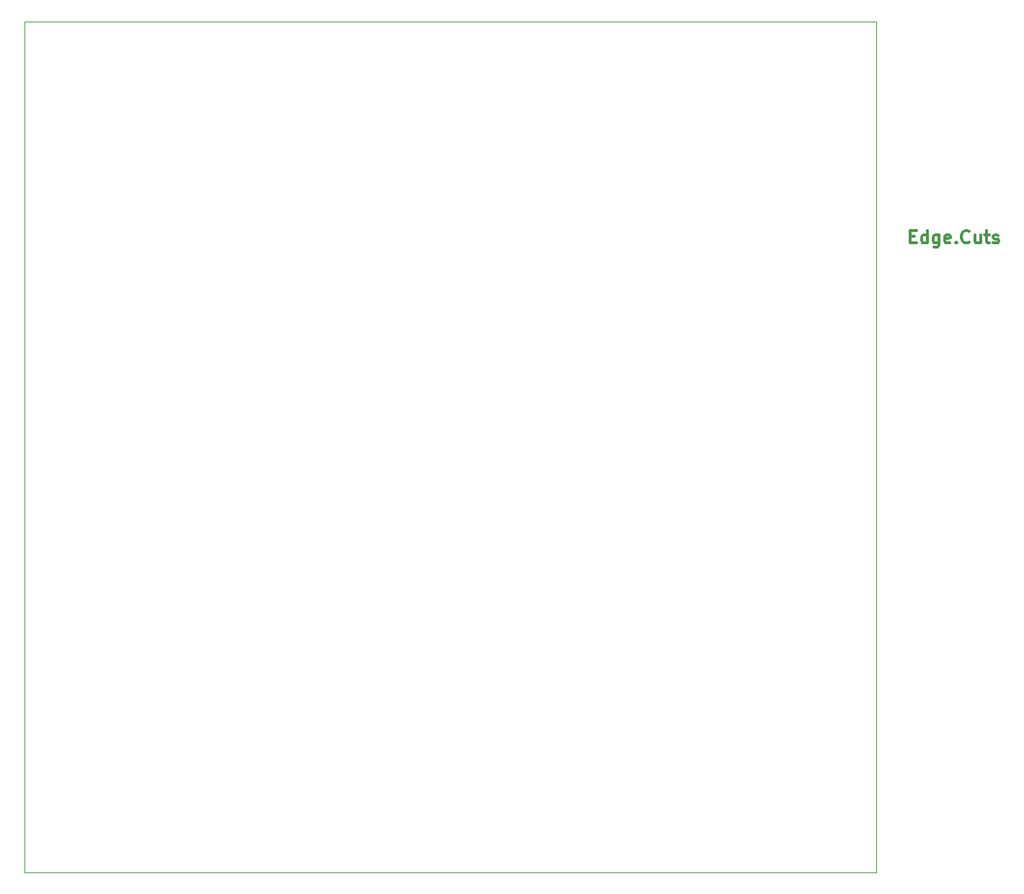
<source format=gbr>
G04 (created by PCBNEW (2013-07-07 BZR 4022)-stable) date 9/18/2013 14:01:54*
%MOIN*%
G04 Gerber Fmt 3.4, Leading zero omitted, Abs format*
%FSLAX34Y34*%
G01*
G70*
G90*
G04 APERTURE LIST*
%ADD10C,0.00590551*%
%ADD11C,0.011811*%
%ADD12C,0.00393701*%
G04 APERTURE END LIST*
G54D10*
G54D11*
X50416Y-19004D02*
X50613Y-19004D01*
X50697Y-19313D02*
X50416Y-19313D01*
X50416Y-18723D01*
X50697Y-18723D01*
X51203Y-19313D02*
X51203Y-18723D01*
X51203Y-19285D02*
X51147Y-19313D01*
X51034Y-19313D01*
X50978Y-19285D01*
X50950Y-19257D01*
X50922Y-19201D01*
X50922Y-19032D01*
X50950Y-18976D01*
X50978Y-18948D01*
X51034Y-18920D01*
X51147Y-18920D01*
X51203Y-18948D01*
X51737Y-18920D02*
X51737Y-19398D01*
X51709Y-19454D01*
X51681Y-19482D01*
X51625Y-19510D01*
X51541Y-19510D01*
X51484Y-19482D01*
X51737Y-19285D02*
X51681Y-19313D01*
X51569Y-19313D01*
X51512Y-19285D01*
X51484Y-19257D01*
X51456Y-19201D01*
X51456Y-19032D01*
X51484Y-18976D01*
X51512Y-18948D01*
X51569Y-18920D01*
X51681Y-18920D01*
X51737Y-18948D01*
X52244Y-19285D02*
X52187Y-19313D01*
X52075Y-19313D01*
X52019Y-19285D01*
X51991Y-19229D01*
X51991Y-19004D01*
X52019Y-18948D01*
X52075Y-18920D01*
X52187Y-18920D01*
X52244Y-18948D01*
X52272Y-19004D01*
X52272Y-19060D01*
X51991Y-19116D01*
X52525Y-19257D02*
X52553Y-19285D01*
X52525Y-19313D01*
X52497Y-19285D01*
X52525Y-19257D01*
X52525Y-19313D01*
X53143Y-19257D02*
X53115Y-19285D01*
X53031Y-19313D01*
X52975Y-19313D01*
X52890Y-19285D01*
X52834Y-19229D01*
X52806Y-19173D01*
X52778Y-19060D01*
X52778Y-18976D01*
X52806Y-18863D01*
X52834Y-18807D01*
X52890Y-18751D01*
X52975Y-18723D01*
X53031Y-18723D01*
X53115Y-18751D01*
X53143Y-18779D01*
X53650Y-18920D02*
X53650Y-19313D01*
X53397Y-18920D02*
X53397Y-19229D01*
X53425Y-19285D01*
X53481Y-19313D01*
X53565Y-19313D01*
X53622Y-19285D01*
X53650Y-19257D01*
X53847Y-18920D02*
X54071Y-18920D01*
X53931Y-18723D02*
X53931Y-19229D01*
X53959Y-19285D01*
X54015Y-19313D01*
X54071Y-19313D01*
X54240Y-19285D02*
X54296Y-19313D01*
X54409Y-19313D01*
X54465Y-19285D01*
X54493Y-19229D01*
X54493Y-19201D01*
X54465Y-19145D01*
X54409Y-19116D01*
X54325Y-19116D01*
X54268Y-19088D01*
X54240Y-19032D01*
X54240Y-19004D01*
X54268Y-18948D01*
X54325Y-18920D01*
X54409Y-18920D01*
X54465Y-18948D01*
G54D12*
X9448Y-48425D02*
X9448Y-9055D01*
X48818Y-48425D02*
X9448Y-48425D01*
X48818Y-9055D02*
X48818Y-48425D01*
X9448Y-9055D02*
X48818Y-9055D01*
M02*

</source>
